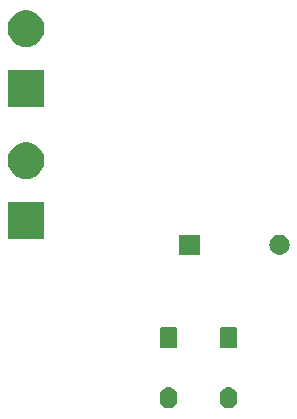
<source format=gbr>
G04 #@! TF.GenerationSoftware,KiCad,Pcbnew,(5.1.4)-1*
G04 #@! TF.CreationDate,2020-04-09T16:08:49+02:00*
G04 #@! TF.ProjectId,PIN_NiklasNachbau,50494e5f-4e69-46b6-9c61-734e61636862,rev?*
G04 #@! TF.SameCoordinates,Original*
G04 #@! TF.FileFunction,Soldermask,Bot*
G04 #@! TF.FilePolarity,Negative*
%FSLAX46Y46*%
G04 Gerber Fmt 4.6, Leading zero omitted, Abs format (unit mm)*
G04 Created by KiCad (PCBNEW (5.1.4)-1) date 2020-04-09 16:08:49*
%MOMM*%
%LPD*%
G04 APERTURE LIST*
%ADD10C,0.100000*%
G04 APERTURE END LIST*
D10*
G36*
X122298222Y-83884867D02*
G01*
X122439786Y-83927810D01*
X122570252Y-83997546D01*
X122600040Y-84021992D01*
X122684607Y-84091393D01*
X122754008Y-84175960D01*
X122778454Y-84205748D01*
X122848190Y-84336214D01*
X122891133Y-84477779D01*
X122902000Y-84588114D01*
X122902000Y-84961887D01*
X122891133Y-85072222D01*
X122848190Y-85213786D01*
X122778454Y-85344252D01*
X122741784Y-85388934D01*
X122684607Y-85458606D01*
X122620415Y-85511286D01*
X122570251Y-85552454D01*
X122439785Y-85622190D01*
X122298221Y-85665133D01*
X122151000Y-85679633D01*
X122003778Y-85665133D01*
X121862214Y-85622190D01*
X121731748Y-85552454D01*
X121687066Y-85515784D01*
X121617394Y-85458607D01*
X121523547Y-85344252D01*
X121523546Y-85344251D01*
X121453810Y-85213785D01*
X121410867Y-85072221D01*
X121400000Y-84961886D01*
X121400000Y-84588113D01*
X121410867Y-84477778D01*
X121453810Y-84336214D01*
X121523546Y-84205748D01*
X121560216Y-84161066D01*
X121617393Y-84091394D01*
X121681585Y-84038714D01*
X121731749Y-83997546D01*
X121862215Y-83927810D01*
X122003779Y-83884867D01*
X122151000Y-83870367D01*
X122298222Y-83884867D01*
X122298222Y-83884867D01*
G37*
G36*
X117218222Y-83884867D02*
G01*
X117359786Y-83927810D01*
X117490252Y-83997546D01*
X117520040Y-84021992D01*
X117604607Y-84091393D01*
X117674008Y-84175960D01*
X117698454Y-84205748D01*
X117768190Y-84336214D01*
X117811133Y-84477779D01*
X117822000Y-84588114D01*
X117822000Y-84961887D01*
X117811133Y-85072222D01*
X117768190Y-85213786D01*
X117698454Y-85344252D01*
X117661784Y-85388934D01*
X117604607Y-85458606D01*
X117540415Y-85511286D01*
X117490251Y-85552454D01*
X117359785Y-85622190D01*
X117218221Y-85665133D01*
X117071000Y-85679633D01*
X116923778Y-85665133D01*
X116782214Y-85622190D01*
X116651748Y-85552454D01*
X116607066Y-85515784D01*
X116537394Y-85458607D01*
X116443547Y-85344252D01*
X116443546Y-85344251D01*
X116373810Y-85213785D01*
X116330867Y-85072221D01*
X116320000Y-84961886D01*
X116320000Y-84588113D01*
X116330867Y-84477778D01*
X116373810Y-84336214D01*
X116443546Y-84205748D01*
X116480216Y-84161066D01*
X116537393Y-84091394D01*
X116601585Y-84038714D01*
X116651749Y-83997546D01*
X116782215Y-83927810D01*
X116923779Y-83884867D01*
X117071000Y-83870367D01*
X117218222Y-83884867D01*
X117218222Y-83884867D01*
G37*
G36*
X117671481Y-78798183D02*
G01*
X117706419Y-78808782D01*
X117738619Y-78825993D01*
X117766844Y-78849156D01*
X117790007Y-78877381D01*
X117807218Y-78909581D01*
X117817817Y-78944519D01*
X117822000Y-78986996D01*
X117822000Y-80403004D01*
X117817817Y-80445481D01*
X117807218Y-80480419D01*
X117790007Y-80512619D01*
X117766844Y-80540844D01*
X117738619Y-80564007D01*
X117706419Y-80581218D01*
X117671481Y-80591817D01*
X117629004Y-80596000D01*
X116512996Y-80596000D01*
X116470519Y-80591817D01*
X116435581Y-80581218D01*
X116403381Y-80564007D01*
X116375156Y-80540844D01*
X116351993Y-80512619D01*
X116334782Y-80480419D01*
X116324183Y-80445481D01*
X116320000Y-80403004D01*
X116320000Y-78986996D01*
X116324183Y-78944519D01*
X116334782Y-78909581D01*
X116351993Y-78877381D01*
X116375156Y-78849156D01*
X116403381Y-78825993D01*
X116435581Y-78808782D01*
X116470519Y-78798183D01*
X116512996Y-78794000D01*
X117629004Y-78794000D01*
X117671481Y-78798183D01*
X117671481Y-78798183D01*
G37*
G36*
X122751481Y-78798183D02*
G01*
X122786419Y-78808782D01*
X122818619Y-78825993D01*
X122846844Y-78849156D01*
X122870007Y-78877381D01*
X122887218Y-78909581D01*
X122897817Y-78944519D01*
X122902000Y-78986996D01*
X122902000Y-80403004D01*
X122897817Y-80445481D01*
X122887218Y-80480419D01*
X122870007Y-80512619D01*
X122846844Y-80540844D01*
X122818619Y-80564007D01*
X122786419Y-80581218D01*
X122751481Y-80591817D01*
X122709004Y-80596000D01*
X121592996Y-80596000D01*
X121550519Y-80591817D01*
X121515581Y-80581218D01*
X121483381Y-80564007D01*
X121455156Y-80540844D01*
X121431993Y-80512619D01*
X121414782Y-80480419D01*
X121404183Y-80445481D01*
X121400000Y-80403004D01*
X121400000Y-78986996D01*
X121404183Y-78944519D01*
X121414782Y-78909581D01*
X121431993Y-78877381D01*
X121455156Y-78849156D01*
X121483381Y-78825993D01*
X121515581Y-78808782D01*
X121550519Y-78798183D01*
X121592996Y-78794000D01*
X122709004Y-78794000D01*
X122751481Y-78798183D01*
X122751481Y-78798183D01*
G37*
G36*
X126635823Y-70982313D02*
G01*
X126796242Y-71030976D01*
X126928906Y-71101886D01*
X126944078Y-71109996D01*
X127073659Y-71216341D01*
X127180004Y-71345922D01*
X127180005Y-71345924D01*
X127259024Y-71493758D01*
X127307687Y-71654177D01*
X127324117Y-71821000D01*
X127307687Y-71987823D01*
X127259024Y-72148242D01*
X127188114Y-72280906D01*
X127180004Y-72296078D01*
X127073659Y-72425659D01*
X126944078Y-72532004D01*
X126944076Y-72532005D01*
X126796242Y-72611024D01*
X126635823Y-72659687D01*
X126510804Y-72672000D01*
X126427196Y-72672000D01*
X126302177Y-72659687D01*
X126141758Y-72611024D01*
X125993924Y-72532005D01*
X125993922Y-72532004D01*
X125864341Y-72425659D01*
X125757996Y-72296078D01*
X125749886Y-72280906D01*
X125678976Y-72148242D01*
X125630313Y-71987823D01*
X125613883Y-71821000D01*
X125630313Y-71654177D01*
X125678976Y-71493758D01*
X125757995Y-71345924D01*
X125757996Y-71345922D01*
X125864341Y-71216341D01*
X125993922Y-71109996D01*
X126009094Y-71101886D01*
X126141758Y-71030976D01*
X126302177Y-70982313D01*
X126427196Y-70970000D01*
X126510804Y-70970000D01*
X126635823Y-70982313D01*
X126635823Y-70982313D01*
G37*
G36*
X119700000Y-72672000D02*
G01*
X117998000Y-72672000D01*
X117998000Y-70970000D01*
X119700000Y-70970000D01*
X119700000Y-72672000D01*
X119700000Y-72672000D01*
G37*
G36*
X106557000Y-71340000D02*
G01*
X103455000Y-71340000D01*
X103455000Y-68238000D01*
X106557000Y-68238000D01*
X106557000Y-71340000D01*
X106557000Y-71340000D01*
G37*
G36*
X105308585Y-63187802D02*
G01*
X105458410Y-63217604D01*
X105740674Y-63334521D01*
X105994705Y-63504259D01*
X106210741Y-63720295D01*
X106380479Y-63974326D01*
X106497396Y-64256590D01*
X106557000Y-64556240D01*
X106557000Y-64861760D01*
X106497396Y-65161410D01*
X106380479Y-65443674D01*
X106210741Y-65697705D01*
X105994705Y-65913741D01*
X105740674Y-66083479D01*
X105458410Y-66200396D01*
X105308585Y-66230198D01*
X105158761Y-66260000D01*
X104853239Y-66260000D01*
X104703415Y-66230198D01*
X104553590Y-66200396D01*
X104271326Y-66083479D01*
X104017295Y-65913741D01*
X103801259Y-65697705D01*
X103631521Y-65443674D01*
X103514604Y-65161410D01*
X103455000Y-64861760D01*
X103455000Y-64556240D01*
X103514604Y-64256590D01*
X103631521Y-63974326D01*
X103801259Y-63720295D01*
X104017295Y-63504259D01*
X104271326Y-63334521D01*
X104553590Y-63217604D01*
X104703415Y-63187802D01*
X104853239Y-63158000D01*
X105158761Y-63158000D01*
X105308585Y-63187802D01*
X105308585Y-63187802D01*
G37*
G36*
X106557000Y-60164000D02*
G01*
X103455000Y-60164000D01*
X103455000Y-57062000D01*
X106557000Y-57062000D01*
X106557000Y-60164000D01*
X106557000Y-60164000D01*
G37*
G36*
X105308585Y-52011802D02*
G01*
X105458410Y-52041604D01*
X105740674Y-52158521D01*
X105994705Y-52328259D01*
X106210741Y-52544295D01*
X106380479Y-52798326D01*
X106497396Y-53080590D01*
X106557000Y-53380240D01*
X106557000Y-53685760D01*
X106497396Y-53985410D01*
X106380479Y-54267674D01*
X106210741Y-54521705D01*
X105994705Y-54737741D01*
X105740674Y-54907479D01*
X105458410Y-55024396D01*
X105308585Y-55054198D01*
X105158761Y-55084000D01*
X104853239Y-55084000D01*
X104703415Y-55054198D01*
X104553590Y-55024396D01*
X104271326Y-54907479D01*
X104017295Y-54737741D01*
X103801259Y-54521705D01*
X103631521Y-54267674D01*
X103514604Y-53985410D01*
X103455000Y-53685760D01*
X103455000Y-53380240D01*
X103514604Y-53080590D01*
X103631521Y-52798326D01*
X103801259Y-52544295D01*
X104017295Y-52328259D01*
X104271326Y-52158521D01*
X104553590Y-52041604D01*
X104703415Y-52011802D01*
X104853239Y-51982000D01*
X105158761Y-51982000D01*
X105308585Y-52011802D01*
X105308585Y-52011802D01*
G37*
M02*

</source>
